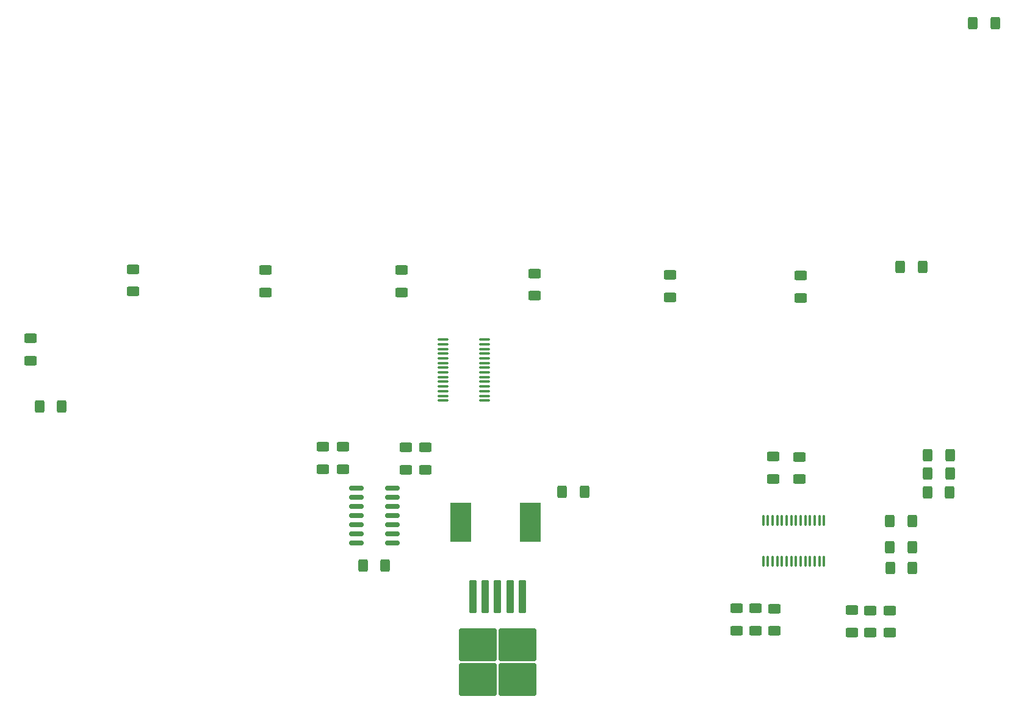
<source format=gtp>
G04 #@! TF.GenerationSoftware,KiCad,Pcbnew,9.0.0*
G04 #@! TF.CreationDate,2025-04-08T11:49:15-04:00*
G04 #@! TF.ProjectId,PCB_control,5043425f-636f-46e7-9472-6f6c2e6b6963,rev?*
G04 #@! TF.SameCoordinates,Original*
G04 #@! TF.FileFunction,Paste,Top*
G04 #@! TF.FilePolarity,Positive*
%FSLAX46Y46*%
G04 Gerber Fmt 4.6, Leading zero omitted, Abs format (unit mm)*
G04 Created by KiCad (PCBNEW 9.0.0) date 2025-04-08 11:49:15*
%MOMM*%
%LPD*%
G01*
G04 APERTURE LIST*
G04 Aperture macros list*
%AMRoundRect*
0 Rectangle with rounded corners*
0 $1 Rounding radius*
0 $2 $3 $4 $5 $6 $7 $8 $9 X,Y pos of 4 corners*
0 Add a 4 corners polygon primitive as box body*
4,1,4,$2,$3,$4,$5,$6,$7,$8,$9,$2,$3,0*
0 Add four circle primitives for the rounded corners*
1,1,$1+$1,$2,$3*
1,1,$1+$1,$4,$5*
1,1,$1+$1,$6,$7*
1,1,$1+$1,$8,$9*
0 Add four rect primitives between the rounded corners*
20,1,$1+$1,$2,$3,$4,$5,0*
20,1,$1+$1,$4,$5,$6,$7,0*
20,1,$1+$1,$6,$7,$8,$9,0*
20,1,$1+$1,$8,$9,$2,$3,0*%
G04 Aperture macros list end*
%ADD10RoundRect,0.250000X-0.400000X-0.625000X0.400000X-0.625000X0.400000X0.625000X-0.400000X0.625000X0*%
%ADD11RoundRect,0.250000X-0.625000X0.400000X-0.625000X-0.400000X0.625000X-0.400000X0.625000X0.400000X0*%
%ADD12RoundRect,0.250000X-0.300000X2.050000X-0.300000X-2.050000X0.300000X-2.050000X0.300000X2.050000X0*%
%ADD13RoundRect,0.250000X-2.375000X2.025000X-2.375000X-2.025000X2.375000X-2.025000X2.375000X2.025000X0*%
%ADD14RoundRect,0.250000X0.625000X-0.400000X0.625000X0.400000X-0.625000X0.400000X-0.625000X-0.400000X0*%
%ADD15RoundRect,0.100000X0.637500X0.100000X-0.637500X0.100000X-0.637500X-0.100000X0.637500X-0.100000X0*%
%ADD16RoundRect,0.150000X-0.825000X-0.150000X0.825000X-0.150000X0.825000X0.150000X-0.825000X0.150000X0*%
%ADD17RoundRect,0.100000X0.100000X-0.637500X0.100000X0.637500X-0.100000X0.637500X-0.100000X-0.637500X0*%
%ADD18R,2.900000X5.400000*%
%ADD19RoundRect,0.250000X0.400000X0.625000X-0.400000X0.625000X-0.400000X-0.625000X0.400000X-0.625000X0*%
G04 APERTURE END LIST*
D10*
X155275000Y-97625000D03*
X158375000Y-97625000D03*
X104615000Y-97515000D03*
X107715000Y-97515000D03*
D11*
X150015000Y-114040000D03*
X150015000Y-117140000D03*
D10*
X32075000Y-85685000D03*
X35175000Y-85685000D03*
D12*
X99040000Y-112065000D03*
X97340000Y-112065000D03*
X95640000Y-112065000D03*
D13*
X98415000Y-118790000D03*
X92865000Y-118790000D03*
X98415000Y-123640000D03*
X92865000Y-123640000D03*
D12*
X93940000Y-112065000D03*
X92240000Y-112065000D03*
D14*
X137682750Y-70607750D03*
X137682750Y-67507750D03*
D10*
X155300000Y-92475000D03*
X158400000Y-92475000D03*
D14*
X85640000Y-94465000D03*
X85640000Y-91365000D03*
X119557750Y-70532750D03*
X119557750Y-67432750D03*
X82350000Y-69850600D03*
X82350000Y-66750600D03*
X63434900Y-69816100D03*
X63434900Y-66716100D03*
D10*
X150090000Y-108165000D03*
X153190000Y-108165000D03*
X151507750Y-66332750D03*
X154607750Y-66332750D03*
D11*
X134040000Y-113765000D03*
X134040000Y-116865000D03*
D15*
X93795250Y-84857750D03*
X93795250Y-84207750D03*
X93795250Y-83557750D03*
X93795250Y-82907750D03*
X93795250Y-82257750D03*
X93795250Y-81607750D03*
X93795250Y-80957750D03*
X93795250Y-80307750D03*
X93795250Y-79657750D03*
X93795250Y-79007750D03*
X93795250Y-78357750D03*
X93795250Y-77707750D03*
X93795250Y-77057750D03*
X93795250Y-76407750D03*
X88070250Y-76407750D03*
X88070250Y-77057750D03*
X88070250Y-77707750D03*
X88070250Y-78357750D03*
X88070250Y-79007750D03*
X88070250Y-79657750D03*
X88070250Y-80307750D03*
X88070250Y-80957750D03*
X88070250Y-81607750D03*
X88070250Y-82257750D03*
X88070250Y-82907750D03*
X88070250Y-83557750D03*
X88070250Y-84207750D03*
X88070250Y-84857750D03*
D11*
X128815000Y-113715000D03*
X128815000Y-116815000D03*
D14*
X71390000Y-94390000D03*
X71390000Y-91290000D03*
X133900000Y-95750000D03*
X133900000Y-92650000D03*
X74140000Y-94390000D03*
X74140000Y-91290000D03*
D16*
X76065000Y-97015000D03*
X76065000Y-98285000D03*
X76065000Y-99555000D03*
X76065000Y-100825000D03*
X76065000Y-102095000D03*
X76065000Y-103365000D03*
X76065000Y-104635000D03*
X81015000Y-104635000D03*
X81015000Y-103365000D03*
X81015000Y-102095000D03*
X81015000Y-100825000D03*
X81015000Y-99555000D03*
X81015000Y-98285000D03*
X81015000Y-97015000D03*
D14*
X100725500Y-70300500D03*
X100725500Y-67200500D03*
D11*
X147365000Y-114040000D03*
X147365000Y-117140000D03*
X144765000Y-113990000D03*
X144765000Y-117090000D03*
D17*
X132490000Y-107202500D03*
X133140000Y-107202500D03*
X133790000Y-107202500D03*
X134440000Y-107202500D03*
X135090000Y-107202500D03*
X135740000Y-107202500D03*
X136390000Y-107202500D03*
X137040000Y-107202500D03*
X137690000Y-107202500D03*
X138340000Y-107202500D03*
X138990000Y-107202500D03*
X139640000Y-107202500D03*
X140290000Y-107202500D03*
X140940000Y-107202500D03*
X140940000Y-101477500D03*
X140290000Y-101477500D03*
X139640000Y-101477500D03*
X138990000Y-101477500D03*
X138340000Y-101477500D03*
X137690000Y-101477500D03*
X137040000Y-101477500D03*
X136390000Y-101477500D03*
X135740000Y-101477500D03*
X135090000Y-101477500D03*
X134440000Y-101477500D03*
X133790000Y-101477500D03*
X133140000Y-101477500D03*
X132490000Y-101477500D03*
D10*
X155300000Y-95025000D03*
X158400000Y-95025000D03*
D14*
X30857750Y-79332750D03*
X30857750Y-76232750D03*
D18*
X100190000Y-101740000D03*
X90490000Y-101740000D03*
D14*
X82940000Y-94465000D03*
X82940000Y-91365000D03*
D10*
X150075000Y-101575000D03*
X153175000Y-101575000D03*
D19*
X80065000Y-107790000D03*
X76965000Y-107790000D03*
D14*
X45032750Y-69725600D03*
X45032750Y-66625600D03*
X137525000Y-95775000D03*
X137525000Y-92675000D03*
D11*
X131390000Y-113715000D03*
X131390000Y-116815000D03*
D10*
X161575000Y-32450000D03*
X164675000Y-32450000D03*
X150050000Y-105225000D03*
X153150000Y-105225000D03*
M02*

</source>
